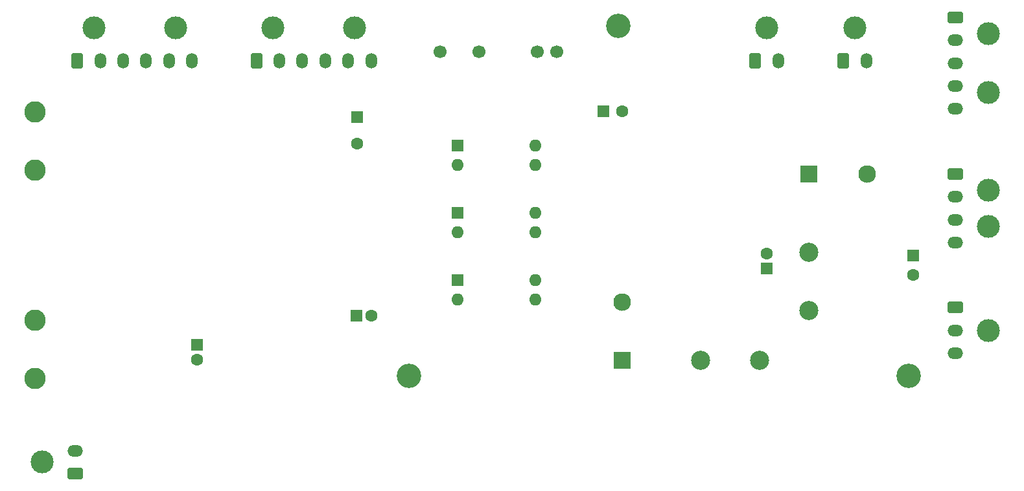
<source format=gbs>
%TF.GenerationSoftware,KiCad,Pcbnew,(6.0.5)*%
%TF.CreationDate,2022-06-14T16:38:24+01:00*%
%TF.ProjectId,precharge,70726563-6861-4726-9765-2e6b69636164,rev?*%
%TF.SameCoordinates,Original*%
%TF.FileFunction,Soldermask,Bot*%
%TF.FilePolarity,Negative*%
%FSLAX46Y46*%
G04 Gerber Fmt 4.6, Leading zero omitted, Abs format (unit mm)*
G04 Created by KiCad (PCBNEW (6.0.5)) date 2022-06-14 16:38:24*
%MOMM*%
%LPD*%
G01*
G04 APERTURE LIST*
G04 Aperture macros list*
%AMRoundRect*
0 Rectangle with rounded corners*
0 $1 Rounding radius*
0 $2 $3 $4 $5 $6 $7 $8 $9 X,Y pos of 4 corners*
0 Add a 4 corners polygon primitive as box body*
4,1,4,$2,$3,$4,$5,$6,$7,$8,$9,$2,$3,0*
0 Add four circle primitives for the rounded corners*
1,1,$1+$1,$2,$3*
1,1,$1+$1,$4,$5*
1,1,$1+$1,$6,$7*
1,1,$1+$1,$8,$9*
0 Add four rect primitives between the rounded corners*
20,1,$1+$1,$2,$3,$4,$5,0*
20,1,$1+$1,$4,$5,$6,$7,0*
20,1,$1+$1,$6,$7,$8,$9,0*
20,1,$1+$1,$8,$9,$2,$3,0*%
G04 Aperture macros list end*
%ADD10C,1.700000*%
%ADD11O,1.500000X2.020000*%
%ADD12RoundRect,0.250001X-0.499999X-0.759999X0.499999X-0.759999X0.499999X0.759999X-0.499999X0.759999X0*%
%ADD13C,3.000000*%
%ADD14O,2.020000X1.500000*%
%ADD15RoundRect,0.250001X-0.759999X0.499999X-0.759999X-0.499999X0.759999X-0.499999X0.759999X0.499999X0*%
%ADD16R,1.600000X1.600000*%
%ADD17C,1.600000*%
%ADD18R,2.300000X2.300000*%
%ADD19C,2.500000*%
%ADD20C,2.300000*%
%ADD21C,2.800000*%
%ADD22C,3.200000*%
%ADD23RoundRect,0.250001X0.759999X-0.499999X0.759999X0.499999X-0.759999X0.499999X-0.759999X-0.499999X0*%
%ADD24O,1.600000X1.600000*%
G04 APERTURE END LIST*
D10*
X192420000Y-84650000D03*
X189880000Y-84650000D03*
X182260000Y-84650000D03*
X177180000Y-84650000D03*
D11*
X232875000Y-85800000D03*
D12*
X229875000Y-85800000D03*
D13*
X231375000Y-81480000D03*
D14*
X244530000Y-92100000D03*
X244530000Y-89100000D03*
X244530000Y-86100000D03*
X244530000Y-83100000D03*
D15*
X244530000Y-80100000D03*
D13*
X248850000Y-89950000D03*
X248850000Y-82250000D03*
D16*
X166400000Y-93147349D03*
D17*
X166400000Y-96647349D03*
D16*
X219900000Y-113000000D03*
D17*
X219900000Y-111000000D03*
D16*
X239000000Y-111300000D03*
D17*
X239000000Y-113800000D03*
D18*
X225400000Y-100625000D03*
D19*
X225400000Y-110825000D03*
X225400000Y-118525000D03*
D20*
X233000000Y-100625000D03*
D21*
X124300000Y-127385000D03*
X124300000Y-119785000D03*
X124300000Y-100085000D03*
X124300000Y-92485000D03*
D14*
X244530000Y-109600000D03*
X244530000Y-106600000D03*
X244530000Y-103600000D03*
D15*
X244530000Y-100600000D03*
D13*
X248850000Y-102750000D03*
X248850000Y-107450000D03*
D18*
X201025000Y-125000000D03*
D19*
X211225000Y-125000000D03*
X218925000Y-125000000D03*
D20*
X201025000Y-117400000D03*
D16*
X198517621Y-92400000D03*
D17*
X201017621Y-92400000D03*
D16*
X145462500Y-122944888D03*
D17*
X145462500Y-124944888D03*
D16*
X166244888Y-119200000D03*
D17*
X168244888Y-119200000D03*
D22*
X173100000Y-127000000D03*
X238400000Y-127000000D03*
X200500000Y-81200000D03*
D11*
X221375000Y-85800000D03*
D12*
X218375000Y-85800000D03*
D13*
X219875000Y-81480000D03*
D14*
X129545000Y-136825000D03*
D23*
X129545000Y-139825000D03*
D13*
X125225000Y-138325000D03*
D16*
X179450000Y-105725000D03*
D24*
X179450000Y-108265000D03*
X189610000Y-108265000D03*
X189610000Y-105725000D03*
D11*
X168200000Y-85770000D03*
X165200000Y-85770000D03*
X162200000Y-85770000D03*
X159200000Y-85770000D03*
X156200000Y-85770000D03*
D12*
X153200000Y-85770000D03*
D13*
X155350000Y-81450000D03*
X166050000Y-81450000D03*
D14*
X244530000Y-124100000D03*
X244530000Y-121100000D03*
D15*
X244530000Y-118100000D03*
D13*
X248850000Y-121100000D03*
D16*
X179450000Y-96925000D03*
D24*
X179450000Y-99465000D03*
X189610000Y-99465000D03*
X189610000Y-96925000D03*
D16*
X179450000Y-114525000D03*
D24*
X179450000Y-117065000D03*
X189610000Y-117065000D03*
X189610000Y-114525000D03*
D11*
X144800000Y-85770000D03*
X141800000Y-85770000D03*
X138800000Y-85770000D03*
X135800000Y-85770000D03*
X132800000Y-85770000D03*
D12*
X129800000Y-85770000D03*
D13*
X131950000Y-81450000D03*
X142650000Y-81450000D03*
M02*

</source>
